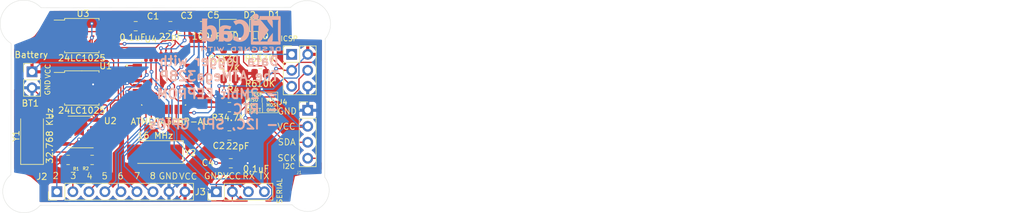
<source format=kicad_pcb>
(kicad_pcb (version 20221018) (generator pcbnew)
  (layers (0 "F.Cu" signal) (31 "B.Cu" signal) (34 "B.Paste" user) (35 "F.Paste" user) (36 "B.SilkS" user "B.Silkscreen") (37 "F.SilkS" user "F.Silkscreen") (38 "B.Mask" user) (39 "F.Mask" user) (44 "Edge.Cuts" user))
  (property "project_name" "MCU Datalogger with memory and clock")
  (net 0 "")
  (net 1 "GND")
  (net 2 "/VCC")
  (net 3 "Net-(U4-PB6)")
  (net 4 "Net-(U4-PB7)")
  (net 5 "Net-(U4-AREF)")
  (net 6 "Net-(D1-K)")
  (net 7 "/SCK")
  (net 8 "Net-(D2-K)")
  (net 9 "/SDA")
  (net 10 "/RX")
  (net 11 "/TX")
  (net 12 "/D2")
  (net 13 "/D3")
  (net 14 "/D4")
  (net 15 "/D5")
  (net 16 "/D6")
  (net 17 "/D7")
  (net 18 "/D8")
  (net 19 "/MISO")
  (net 20 "/MOSI")
  (net 21 "/RESET")
  (net 22 "Net-(U2-~{INTA})")
  (net 23 "Net-(U2-SQW{slash}~{INT})")
  (net 24 "Net-(U2-X1)")
  (net 25 "Net-(U2-X2)")
  (footprint "Resistor_SMD:R_0805_2012Metric" (layer "F.Cu") (at 111.29 55.725 180)
    (fp_text reference "R4")
    (fp_text value "4.7K")
  )
  (footprint "Package_SO:SOIC-8_5.23x5.23mm_P1.27mm" (layer "F.Cu") (at 87.905 57.18)
    (fp_text reference "U1")
    (fp_text value "24LC1025")
  )
  (footprint "Resistor_SMD:R_0805_2012Metric" (layer "F.Cu") (at 89.535 68.61 180)
    (fp_text reference "R2")
    (fp_text value "10K")
  )
  (footprint "Connector_PinHeader_2.54mm:PinHeader_1x04_P2.54mm_Vertical" (layer "F.Cu") (at 123.705 60.725)
    (fp_text reference "J1")
    (fp_text value "Conn_01x04_Pin" hide)
  )
  (footprint "Capacitor_SMD:C_0805_2012Metric" (layer "F.Cu") (at 96.44 47.36)
    (fp_text reference "C1")
    (fp_text value "0.1uF")
  )
  (footprint "Capacitor_SMD:C_0805_2012Metric" (layer "F.Cu") (at 111.515 69.135 180)
    (fp_text reference "C4")
    (fp_text value "0.1uF")
  )
  (footprint "MountingHole:MountingHole_2.1mm" (layer "F.Cu") (at 123.705 73.425)
    (fp_text reference "H4" hide)
    (fp_text value "MountingHole" hide)
  )
  (footprint "LED_SMD:LED_0805_2012Metric" (layer "F.Cu") (at 116.19 47.24)
    (fp_text reference "D1")
    (fp_text value "LED")
  )
  (footprint "MountingHole:MountingHole_2.1mm" (layer "F.Cu") (at 123.59 47.01)
    (fp_text reference "H3" hide)
    (fp_text value "MountingHole" hide)
  )
  (footprint "Crystal:Crystal_SMD_5032-2Pin_5.0x3.2mm_HandSoldering" (layer "F.Cu") (at 99.44 67.36 180)
    (fp_text reference "Y2")
    (fp_text value "16 MHz")
  )
  (footprint "Resistor_SMD:R_0805_2012Metric" (layer "F.Cu") (at 116.19 54.86)
    (fp_text reference "R6")
    (fp_text value "10K")
  )
  (footprint "Resistor_SMD:R_0805_2012Metric" (layer "F.Cu") (at 111.29 60.225)
    (fp_text reference "R3")
    (fp_text value "4.7K")
  )
  (footprint "Connector_PinHeader_2.54mm:PinHeader_1x02_P2.54mm_Vertical" (layer "F.Cu") (at 80.01 54.61)
    (fp_text reference "BT1")
    (fp_text value "Battery")
  )
  (footprint "MountingHole:MountingHole_2.1mm" (layer "F.Cu") (at 78.69 46.99)
    (fp_text reference "H1" hide)
    (fp_text value "MountingHole" hide)
  )
  (footprint "Footprints:QFP80P900X900X120-32N" (layer "F.Cu") (at 100.87 56.41)
    (fp_text reference "U4")
    (fp_text value "ATMEGA328P-AU")
  )
  (footprint "Connector_PinHeader_2.54mm:PinHeader_1x04_P2.54mm_Vertical" (layer "F.Cu") (at 109.22 73.66 90)
    (fp_text reference "J3")
    (fp_text value "Conn_01x04_Pin" hide)
  )
  (footprint "Footprints:SOIC127P600X175-8N" (layer "F.Cu") (at 87.715 64.165)
    (fp_text reference "U2")
    (fp_text value "DS1337S+" hide)
  )
  (footprint "Package_SO:SOIC-8_5.23x5.23mm_P1.27mm" (layer "F.Cu") (at 87.905 48.86)
    (fp_text reference "U3")
    (fp_text value "24LC1025")
  )
  (footprint "Crystal:Crystal_SMD_5032-2Pin_5.0x3.2mm_HandSoldering" (layer "F.Cu") (at 80.01 64.77 90)
    (fp_text reference "Y1")
    (fp_text value "32.768 KHz")
  )
  (footprint "Capacitor_SMD:C_0805_2012Metric" (layer "F.Cu") (at 106.94 47.36)
    (fp_text reference "C5")
    (fp_text value "100nF")
  )
  (footprint "Resistor_SMD:R_0805_2012Metric" (layer "F.Cu") (at 116.19 50.86 180)
    (fp_text reference "R5")
    (fp_text value "330")
  )
  (footprint "Capacitor_SMD:C_0805_2012Metric" (layer "F.Cu") (at 101.94 47.36)
    (fp_text reference "C3")
    (fp_text value "22pF")
  )
  (footprint "Resistor_SMD:R_0805_2012Metric" (layer "F.Cu") (at 85.725 68.61)
    (fp_text reference "R1")
    (fp_text value "10K")
  )
  (footprint "Connector_PinHeader_2.54mm:PinHeader_2x03_P2.54mm_Vertical" (layer "F.Cu") (at 121.165 51.835)
    (fp_text reference "J4")
    (fp_text value "Conn_02x03_Odd_Even" hide)
  )
  (footprint "Capacitor_SMD:C_0805_2012Metric" (layer "F.Cu") (at 111.29 64.725 180)
    (fp_text reference "C2")
    (fp_text value "22pF")
  )
  (footprint "MountingHole:MountingHole_2.1mm" (layer "F.Cu") (at 78.74 73.66)
    (fp_text reference "H2" hide)
    (fp_text value "MountingHole" hide)
  )
  (footprint "LED_SMD:LED_0805_2012Metric" (layer "F.Cu") (at 111.4125 47.24)
    (fp_text reference "D2")
    (fp_text value "LED")
  )
  (footprint "Connector_PinHeader_2.54mm:PinHeader_1x09_P2.54mm_Vertical" (layer "F.Cu") (at 83.94 73.66 90)
    (fp_text reference "J2")
    (fp_text value "Conn_01x09_Pin" hide)
  )
  (footprint "Resistor_SMD:R_0805_2012Metric" (layer "F.Cu") (at 111.29 50.975)
    (fp_text reference "R7")
    (fp_text value "330")
  )
  (footprint "Symbol:KiCad-Logo2_5mm_SilkScreen" (layer "B.Cu") (at 113.14 48.36 180)
    (fp_text reference "REF" hide)
    (fp_text value "KiCad-Logo2_5mm_SilkScreen" hide)
  )
  (gr_rect (start 113.9275 57.835) (end 118.9525 61.11) (stroke (width 0.1)) (fill none) (layer "F.SilkS"))
  (gr_arc (start 126.414999 71.360001) (mid 125.903962 75.998616) (end 121.24491 75.731885) (stroke (width 0.05)) (layer "Edge.Cuts"))
  (gr_line (start 81.44 44.435) (end 120.99 44.385) (stroke (width 0.05)) (layer "Edge.Cuts"))
  (gr_line (start 126.465 49.385) (end 126.415 71.36) (stroke (width 0.05)) (layer "Edge.Cuts"))
  (gr_line (start 121.24491 75.731885) (end 81.315 75.81) (stroke (width 0.05)) (layer "Edge.Cuts"))
  (gr_arc (start 120.993564 44.388564) (mid 126.113802 44.271416) (end 126.465 49.380939) (stroke (width 0.05)) (layer "Edge.Cuts"))
  (gr_arc (start 76.688878 50.111766) (mid 75.827026 44.563858) (end 81.439999 44.435001) (stroke (width 0.05)) (layer "Edge.Cuts"))
  (gr_arc (start 81.315 75.81) (mid 76.312811 75.973804) (end 76.661969 70.981129) (stroke (width 0.05)) (layer "Edge.Cuts"))
  (gr_line (start 76.665 70.985) (end 76.688878 50.111766) (stroke (width 0.05)) (layer "Edge.Cuts"))
  (gr_text "- 2Mbit EEPROM\n- RTC\n- I2C, SPI, GPIOs" (at 119.215 63.835) (layer "B.SilkS") (effects (font (size 1.5 1.5) (thickness 0.3) bold) (justify left bottom mirror)))
  (gr_text "Data logger with\nThe ATMega328P." (at 119.29 56.185) (layer "B.SilkS") (effects (font (size 1.5 1.5) (thickness 0.3) bold) (justify left bottom mirror)))
  (gr_text "I2C" (at 119.64 70.085) (layer "F.SilkS") (effects (font (size 0.8 0.8) (thickness 0.125)) (justify left bottom)))
  (gr_text "VCC" (at 118.815 63.885) (layer "F.SilkS") (effects (font (size 1 1) (thickness 0.125)) (justify left bottom)))
  (gr_text "SERIAL" (at 119.715 75.635 90) (layer "F.SilkS") (effects (font (size 0.8 0.8) (thickness 0.125)) (justify left bottom)))
  (gr_text "VCC\n" (at 82.99 55.735 90) (layer "F.SilkS") (effects (font (size 0.8 0.8) (thickness 0.125)) (justify left bottom)))
  (gr_text "GND\n" (at 100.015 71.76) (layer "F.SilkS") (effects (font (size 1 1) (thickness 0.125)) (justify left bottom)))
  (gr_text "  ICSP\nMISO | VCC\nSCK  | MOSI\nRESET| GND" (at 113.9775 60.985) (layer "F.SilkS") (effects (font (size 0.5 0.5) (thickness 0.1)) (justify left bottom)))
  (gr_text "4" (at 88.565 71.76) (layer "F.SilkS") (effects (font (size 1 1) (thickness 0.125)) (justify left bottom)))
  (gr_text "GND\n" (at 107.19 71.735) (layer "F.SilkS") (effects (font (size 1 1) (thickness 0.125)) (justify left bottom)))
  (gr_text "2" (at 83.215 71.71) (layer "F.SilkS") (effects (font (size 1 1) (thickness 0.125)) (justify left bottom)))
  (gr_text "6" (at 93.49 71.76) (layer "F.SilkS") (effects (font (size 1 1) (thickness 0.125)) (justify left bottom)))
  (gr_text "5" (at 90.965 71.76) (layer "F.SilkS") (effects (font (size 1 1) (thickness 0.125)) (justify left bottom)))
  (gr_text "SDA\n" (at 118.89 66.36) (layer "F.SilkS") (effects (font (size 1 1) (thickness 0.125)) (justify left bottom)))
  (gr_text "8\n" (at 98.59 71.735) (layer "F.SilkS") (effects (font (size 1 1) (thickness 0.125)) (justify left bottom)))
  (gr_text "VCC\n" (at 110.215 71.76) (layer "F.SilkS") (effects (font (size 1 1) (thickness 0.125)) (justify left bottom)))
  (gr_text "GND" (at 118.84 61.46) (layer "F.SilkS") (effects (font (size 1 1) (thickness 0.125)) (justify left bottom)))
  (gr_text "SCK" (at 118.84 68.885) (layer "F.SilkS") (effects (font (size 1 1) (thickness 0.125)) (justify left bottom)))
  (gr_text "TX\n" (at 115.84 71.76) (layer "F.SilkS") (effects (font (size 1 1) (thickness 0.125)) (justify left bottom)))
  (gr_text "RX" (at 113.29 71.76) (layer "F.SilkS") (effects (font (size 1 1) (thickness 0.125)) (justify left bottom)))
  (gr_text "VCC\n" (at 103.24 71.81) (layer "F.SilkS") (effects (font (size 1 1) (thickness 0.125)) (justify left bottom)))
  (gr_text "ICSP" (at 119.315 49.81) (layer "F.SilkS") (effects (font (size 0.8 0.8) (thickness 0.125)) (justify left bottom)))
  (gr_text "7\n" (at 96.115 71.735) (layer "F.SilkS") (effects (font (size 1 1) (thickness 0.125)) (justify left bottom)))
  (gr_text "3\n" (at 85.99 71.71) (layer "F.SilkS") (effects (font (size 1 1) (thickness 0.125)) (justify left bottom)))
  (gr_text "GND" (at 82.94 58.41 90) (layer "F.SilkS") (effects (font (size 0.8 0.8) (thickness 0.125)) (justify left bottom)))
  (segment (start 96.7 56.81) (end 95.99 56.81) (width 0.2) (layer "F.Cu") (net 1))
  (segment (start 87.035 50.765) (end 88.69 49.11) (width 0.2) (layer "F.Cu") (net 1))
  (segment (start 109.22 72.28) (end 112.39 69.11) (width 0.2) (layer "F.Cu") (net 1))
  (segment (start 112.24 68.96) (end 112.39 69.11) (width 0.2) (layer "F.Cu") (net 1))
  (segment (start 95.99 56.81) (end 95.949259 56.869259) (width 0.2) (layer "F.Cu") (net 1))
  (segment (start 107.94 49.11) (end 107.89 49.06) (width 0.2) (layer "F.Cu") (net 1))
  (segment (start 77.94 57.11) (end 77.94 52.61) (width 0.2) (layer "F.Cu") (net 1))
  (segment (start 112.24 64.725) (end 112.24 68.96) (width 0.2) (layer "F.Cu") (net 1))
  (segment (start 95.09 56.41) (end 95.49 56.41) (width 0.2) (layer "F.Cu") (net 1))
  (segment (start 100.94 49.11) (end 100.99 47.36) (width 0.2) (layer "F.Cu") (net 1))
  (segment (start 96.7 55.21) (end 95.965 55.21) (width 0.2) (layer "F.Cu") (net 1))
  (segment (start 84.305 59.085) (end 81.945 59.085) (width 0.2) (layer "F.Cu") (net 1))
  (segment (start 93.805 48.225) (end 94.44 48.86) (width 0.2) (layer "F.Cu") (net 1))
  (segment (start 95.665 55.51) (end 95.665 56.585) (width 0.2) (layer "F.Cu") (net 1))
  (segment (start 88.69 49.11) (end 88.69 48.225) (width 0.2) (layer "F.Cu") (net 1))
  (segment (start 95.965 55.21) (end 95.665 55.51) (width 0.2) (layer "F.Cu") (net 1))
  (segment (start 108.84 58.51) (end 109.09 58.51) (width 0.2) (layer "F.Cu") (net 1))
  (segment (start 77.94 52.61) (end 79.785 50.765) (width 0.2) (layer "F.Cu") (net 1))
  (segment (start 97.44 48.86) (end 97.39 48.81) (width 0.2) (layer "F.Cu") (net 1))
  (segment (start 88.69 48.225) (end 91.505 48.225) (width 0.2) (layer "F.Cu") (net 1))
  (segment (start 97.39 47.36) (end 100.99 47.36) (width 0.2) (layer "F.Cu") (net 1))
  (segment (start 112.94 49.36) (end 112.94 50.2375) (width 0.2) (layer "F.Cu") (net 1))
  (segment (start 95.49 56.41) (end 95.665 56.585) (width 0.2) (layer "F.Cu") (net 1))
  (segment (start 112.94 50.2375) (end 112.2025 50.975) (width 0.2) (layer "F.Cu") (net 1))
  (segment (start 95.949259 56.869259) (end 95.09 57.728518) (width 0.2) (layer "F.Cu") (net 1))
  (segment (start 79.785 50.765) (end 84.305 50.765) (width 0.2) (layer "F.Cu") (net 1))
  (segment (start 97.39 48.81) (end 97.39 47.36) (width 0.2) (layer "F.Cu") (net 1))
  (segment (start 95.665 56.585) (end 95.949259 56.869259) (width 0.2) (layer "F.Cu") (net 1))
  (segment (start 94.44 48.86) (end 97.44 48.86) (width 0.2) (layer "F.Cu") (net 1))
  (segment (start 87.44 65.36) (end 87.472287 65.36) (width 0.2) (layer "F.Cu") (net 1))
  (segment (start 109.22 73.66) (end 109.22 72.28) (width 0.2) (layer "F.Cu") (net 1))
  (segment (start 107.840735 54.709265) (end 106.44 56.11) (width 0.2) (layer "F.Cu") (net 1))
  (segment (start 87.485468 65.373181) (end 87.472287 65.36) (width 0.2) (layer "F.Cu") (net 1))
  (segment (start 86.73 66.07) (end 87.44 65.36) (width 0.2) (layer "F.Cu") (net 1))
  (segment (start 107.89 47.36) (end 107.94 49.11) (width 0.2) (layer "F.Cu") (net 1))
  (segment (start 95.09 57.728518) (end 95.09 57.81) (width 0.2) (layer "F.Cu") (net 1))
  (segment (start 107.840735 51.81) (end 107.840735 54.709265) (width 0.2) (layer "F.Cu") (net 1))
  (segment (start 80.01 57.15) (end 77.98 57.15) (width 0.2) (layer "F.Cu") (net 1))
  (segment (start 91.505 56.545) (end 89.755 56.545) (width 0.2) (layer "F.Cu") (net 1))
  (segment (start 100.99 49.06) (end 100.94 49.11) (width 0.2) (layer "F.Cu") (net 1))
  (segment (start 106.34 56.01) (end 106.44 56.11) (width 0.2) (layer "F.Cu") (net 1))
  (segment (start 112.39 69.11) (end 114.19 69.11) (width 0.2) (layer "F.Cu") (net 1))
  (segment (start 85.24 66.07) (end 86.73 66.07) (width 0.2) (layer "F.Cu") (net 1))
  (segment (start 81.945 59.085) (end 80.01 57.15) (width 0.2) (layer "F.Cu") (net 1))
  (segment (start 77.98 57.15) (end 77.94 57.11) (width 0.2) (layer "F.Cu") (net 1))
  (segment (start 105.04 56.01) (end 106.34 56.01) (width 0.2) (layer "F.Cu") (net 1))
  (segment (start 84.305 48.225) (end 88.69 48.225) (width 0.2) (layer "F.Cu") (net 1))
  (segment (start 106.44 56.11) (end 108.84 58.51) (width 0.2) (layer "F.Cu") (net 1))
  (segment (start 89.755 56.545) (end 89.69 56.61) (width 0.2) (layer "F.Cu") (net 1))
  (segment (start 91.505 48.225) (end 93.805 48.225) (width 0.2) (layer "F.Cu") (net 1))
  (segment (start 84.305 50.765) (end 87.035 50.765) (width 0.2) (layer "F.Cu") (net 1))
  (segment (start 117.1025 50.86) (end 117.1025 49.1975) (width 0.2) (layer "F.Cu") (net 1))
  (segment (start 117.1025 49.1975) (end 117.19 49.11) (width 0.2) (layer "F.Cu") (net 1))
  (via (at 114.19 69.11) (size 0.6) (drill 0.3) (layers "F.Cu" "B.Cu") (net 1))
  (via (at 112.94 49.36) (size 0.6) (drill 0.3) (layers "F.Cu" "B.Cu") (net 1))
  (via (at 112.94 49.36) (size 0.6) (drill 0.3) (layers "F.Cu" "B.Cu") (net 1))
  (via (at 107.94 49.11) (size 0.6) (drill 0.3) (layers "F.Cu" "B.Cu") (net 1))
  (via (at 95.09 56.41) (size 0.6) (drill 0.3) (layers "F.Cu" "B.Cu") (net 1))
  (via (at 95.09 57.81) (size 0.6) (drill 0.3) (layers "F.Cu" "B.Cu") (net 1))
  (via (at 107.840735 51.81) (size 0.6) (drill 0.3) (layers "F.Cu" "B.Cu") (net 1))
  (via (at 100.94 49.11) (size 0.6) (drill 0.3) (layers "F.Cu" "B.Cu") (net 1))
  (via (at 117.19 49.11) (size 0.6) (drill 0.3) (layers "F.Cu" "B.Cu") (net 1))
  (via (at 87.472287 65.36) (size 0.6) (drill 0.3) (layers "F.Cu" "B.Cu") (net 1))
  (via (at 106.44 56.11) (size 0.6) (drill 0.3) (layers "F.Cu" "B.Cu") (net 1))
  (via (at 89.69 56.61) (size 0.6) (drill 0.3) (layers "F.Cu" "B.Cu") (net 1))
  (via (at 109.09 58.51) (size 0.6) (drill 0.3) (layers "F.Cu" "B.Cu") (net 1))
  (segment (start 103.79 71.61) (end 106.49 71.61) (width 0.2) (layer "B.Cu") (net 1))
  (segment (start 107.840735 49.209265) (end 107.94 49.11) (width 0.2) (layer "B.Cu") (net 1))
  (segment (start 109.09 58.51) (end 112.19 61.61) (width 0.2) (layer "B.Cu") (net 1))
  (segment (start 103.79 71.61) (end 103.94 71.61) (width 0.2) (layer "B.Cu") (net 1))
  (segment (start 89.69 56.61) (end 94.89 56.61) (width 0.2) (layer "B.Cu") (net 1))
  (segment (start 108.54 73.66) (end 109.22 73.66) (width 0.2) (layer "B.Cu") (net 1))
  (segment (start 112.19 67.11) (end 114.19 69.11) (width 0.2) (layer "B.Cu") (net 1))
  (segment (start 107.840735 51.81) (end 107.840735 49.209265) (width 0.2) (layer "B.Cu") (net 1))
  (segment (start 112.19 61.61) (end 112.19 67.11) (width 0.2) (layer "B.Cu") (net 1))
  (segment (start 94.89 56.61) (end 95.09 56.41) (width 0.2) (layer "B.Cu") (net 1))
  (segment (start 101.72 73.66) (end 103.78 71.6) (width 0.2) (layer "B.Cu") (net 1))
  (segment (start 103.78 71.6) (end 103.79 71.61) (width 0.2) (layer "B.Cu") (net 1))
  (segment (start 106.49 71.61) (end 108.54 73.66) (width 0.2) (layer "B.Cu") (net 1))
  (segment (start 112.09 46.11) (end 112.35 46.37) (width 0.2) (layer "F.Cu") (net 2))
  (segment (start 91.505 46.955) (end 95.085 46.955) (width 0.2) (layer "F.Cu") (net 2))
  (segment (start 85.745 57.815) (end 84.305 57.815) (width 0.2) (layer "F.Cu") (net 2))
  (segment (start 84.305 57.815) (end 85.985 57.815) (width 0.2) (layer "F.Cu") (net 2))
  (segment (start 105.99 47.36) (end 105.99 46.56) (width 0.2) (layer "F.Cu") (net 2))
  (segment (start 84.305 46.955) (end 83.845 46.955) (width 0.2) (layer "F.Cu") (net 2))
  (segment (start 115.94 57.86) (end 116.44 57.36) (width 0.2) (layer "F.Cu") (net 2))
  (segment (start 105.99 46.56) (end 106.44 46.11) (width 0.2) (layer "F.Cu") (net 2))
  (segment (start 89.54 53.31) (end 89.54 49.26) (width 0.2) (layer "F.Cu") (net 2))
  (segment (start 111.69 75.109999) (end 103.29 75.109999) (width 0.2) (layer "F.Cu") (net 2))
  (segment (start 99.874314 58.36) (end 100.44 57.794314) (width 0.2) (layer "F.Cu") (net 2))
  (segment (start 85.19 69.86) (end 89.1975 69.86) (width 0.2) (layer "F.Cu") (net 2))
  (segment (start 95.085 46.955) (end 95.49 47.36) (width 0.2) (layer "F.Cu") (net 2))
  (segment (start 107.19 58.11) (end 106.69 58.61) (width 0.2) (layer "F.Cu") (net 2))
  (segment (start 112.35 46.37) (end 112.35 47.24) (width 0.2) (layer "F.Cu") (net 2))
  (segment (start 99.785 58.36) (end 99.874314 58.36) (width 0.2) (layer "F.Cu") (net 2))
  (segment (start 96.7 56.01) (end 97.435 56.01) (width 0.2) (layer "F.Cu") (net 2))
  (segment (start 89.49 46.955) (end 84.305 46.955) (width 0.2) (layer "F.Cu") (net 2))
  (segment (start 89.54 49.26) (end 89.49 49.21) (width 0.2) (layer "F.Cu") (net 2))
  (segment (start 103.29 75.109999) (end 103.29 74.63) (width 0.2) (layer "F.Cu") (net 2))
  (segment (start 105.99 48.41) (end 106.69 49.11) (width 0.2) (layer "F.Cu") (net 2))
  (segment (start 84.305 55.275) (end 84.305 56.545) (width 0.2) (layer "F.Cu") (net 2))
  (segment (start 104.26 75.109999) (end 81.44 75.11) (width 0.2) (layer "F.Cu") (net 2))
  (segment (start 104.26 73.66) (end 104.26 75.109999) (width 0.2) (layer "F.Cu") (net 2))
  (segment (start 82.69 48.11) (end 84.075 49.495) (width 0.2) (layer "F.Cu") (net 2))
  (segment (start 84.305 57.815) (end 84.305 56.545) (width 0.2) (layer "F.Cu") (net 2))
  (segment (start 114.4125 55.725) (end 115.2775 54.86) (width 0.2) (layer "F.Cu") (net 2))
  (segment (start 106.69 58.61) (end 105.04 58.61) (width 0.2) (layer "F.Cu") (net 2))
  (segment (start 112.2025 57.86) (end 115.94 57.86) (width 0.2) (layer "F.Cu") (net 2))
  (segment (start 100.44 57.794314) (end 100.44 54.36) (width 0.2) (layer "F.Cu") (net 2))
  (segment (start 91.505 55.275) (end 89.54 53.31) (width 0.2) (layer "F.Cu") (net 2))
  (segment (start 83.64 54.61) (end 84.305 55.275) (width 0.2) (layer "F.Cu") (net 2))
  (segment (start 81.44 75.11) (end 81.44 71.9825) (width 0.2) (layer "F.Cu") (net 2))
  (segment (start 105.99 47.36) (end 105.99 48.41) (width 0.2) (layer "F.Cu") (net 2))
  (segment (start 91.505 46.955) (end 89.49 46.955) (width 0.2) (layer "F.Cu") (net 2))
  (segment (start 80.01 54.61) (end 83.64 54.61) (width 0.2) (layer "F.Cu") (net 2))
  (segment (start 85.985 57.815) (end 88.525 55.275) (width 0.2) (layer "F.Cu") (net 2))
  (segment (start 89.1975 69.86) (end 90.4475 68.61) (width 0.2) (layer "F.Cu") (net 2))
  (segment (start 84.075 49.495) (end 84.305 49.495) (width 0.2) (layer "F.Cu") (net 2))
  (segment (start 106.44 46.11) (end 112.09 46.11) (width 0.2) (layer "F.Cu") (net 2))
  (segment (start 84.8125 68.61) (end 84.8125 68.2375) (width 0.2) (layer "F.Cu") (net 2))
  (segment (start 90.19 62.26) (end 85.745 57.815) (width 0.2) (layer "F.Cu") (net 2))
  (segment (start 112.2025 55.725) (end 112.2025 57.86) (width 0.2) (layer "F.Cu") (net 2))
  (segment (start 112.2025 55.725) (end 114.4125 55.725) (width 0.2) (layer "F.Cu") (net 2))
  (segment (start 89.205 62.26) (end 90.19 62.26) (width 0.2) (layer "F.Cu") (net 2))
  (segment (start 97.435 56.01) (end 99.785 58.36) (width 0.2) (layer "F.Cu") (net 2))
  (segment (start 84.8125 68.61) (end 84.8125 69.4825) (width 0.2) (layer "F.Cu") (net 2))
  (segment (start 111.76 75.039999) (end 111.69 75.109999) (width 0.2) (layer "F.Cu") (net 2))
  (segment (start 88.525 55.275) (end 91.505 55.275) (width 0.2) (layer "F.Cu") (net 2))
  (segment (start 83.845 46.955) (end 82.69 48.11) (width 0.2) (layer "F.Cu") (net 2))
  (segment (start 111.76 73.66) (end 111.76 75.039999) (width 0.2) (layer "F.Cu") (net 2))
  (segment (start 112.2025 57.86) (end 112.2025 60.225) (width 0.2) (layer "F.Cu") (net 2))
  (segment (start 81.44 71.9825) (end 84.8125 68.61) (width 0.2) (layer "F.Cu") (net 2))
  (segment (start 103.29 74.63) (end 104.26 73.66) (width 0.2) (layer "F.Cu") (net 2))
  (segment (start 84.8125 69.4825) (end 85.19 69.86) (width 0.2) (layer "F.Cu") (net 2))
  (via (at 106.69 49.11) (size 0.6) (drill 0.3) (layers "F.Cu" "B.Cu") (net 2))
  (via (at 100.44 54.36) (size 0.6) (drill 0.3) (layers "F.Cu" "B.Cu") (net 2))
  (via (at 116.44 57.36) (size 0.6) (drill 0.3) (layers "F.Cu" "B.Cu") (net 2))
  (via (at 107.19 58.11) (size 0.6) (drill 0.3) (layers "F.Cu" "B.Cu") (net 2))
  (via (at 89.49 46.955) (size 0.6) (drill 0.3) (layers "F.Cu" "B.Cu") (net 2))
  (via (at 116.44 57.36) (size 0.6) (drill 0.3) (layers "F.Cu" "B.Cu") (net 2))
  (via (at 89.49 49.21) (size 0.6) (drill 0.3) (layers "F.Cu" "B.Cu") (net 2))
  (segment (start 101.94 53.61) (end 106.44 58.11) (width 0.2) (layer "B.Cu") (net 2))
  (segment (start 81.46 53.16) (end 99.99 53.16) (width 0.2) (layer "B.Cu") (net 2))
  (segment (start 122.315 55.235) (end 122.315 53.225) (width 0.2) (layer "B.Cu") (net 2))
  (segment (start 100.44 54.36) (end 100.44 53.61) (width 0.2) (layer "B.Cu") (net 2))
  (segment (start 121.94 55.61) (end 122.315 55.235) (width 0.2) (layer "B.Cu") (net 2))
  (segment (start 117.316346 66.083654) (end 120.135 63.265) (width 0.2) (layer "B.Cu") (net 2))
  (segment (start 107.19 49.61) (end 107.19 58.11) (width 0.2) (layer "B.Cu") (net 2))
  (segment (start 122.315 53.225) (end 123.705 51.835) (width 0.2) (layer "B.Cu") (net 2))
  (segment (start 117.99 73.183654) (end 117.316346 72.51) (width 0.2) (layer "B.Cu") (net 2))
  (segment (start 117.99 74.136346) (end 117.99 73.183654) (width 0.2) (layer "B.Cu") (net 2))
  (segment (start 116.44 57.36) (end 118.19 57.36) (width 0.2) (layer "B.Cu") (net 2))
  (segment (start 122.155 63.265) (end 123.705 63.265) (width 0.2) (layer "B.Cu") (net 2))
  (segment (start 118.19 57.36) (end 119.94 55.61) (width 0.2) (layer "B.Cu") (net 2))
  (segment (start 117.316346 72.51) (end 117.316346 66.083654) (width 0.2) (layer "B.Cu") (net 2))
  (segment (start 117.316346 74.81) (end 117.99 74.136346) (width 0.2) (layer "B.Cu") (net 2))
  (segment (start 106.44 58.11) (end 107.19 58.11) (width 0.2) (layer "B.Cu") (net 2))
  (segment (start 100.44 53.61) (end 101.94 53.61) (width 0.2) (layer "B.Cu") (net 2))
  (segment (start 99.99 53.16) (end 100.44 53.61) (width 0.2) (layer "B.Cu") (net 2))
  (segment (start 122.345 63.265) (end 116.44 57.36) (width 0.2) (layer "B.Cu") (net 2))
  (segment (start 120.135 63.265) (end 123.705 63.265) (width 0.2) (layer "B.Cu") (net 2))
  (segment (start 119.94 55.61) (end 121.94 55.61) (width 0.2) (layer "B.Cu") (net 2))
  (segment (start 112.91 74.81) (end 117.316346 74.81) (width 0.2) (layer "B.Cu") (net 2))
  (segment (start 123.705 63.265) (end 122.345 63.265) (width 0.2) (layer "B.Cu") (net 2))
  (segment (start 89.49 49.21) (end 89.49 46.955) (width 0.2) (layer "B.Cu") (net 2))
  (segment (start 80.01 54.61) (end 81.46 53.16) (width 0.2) (layer "B.Cu") (net 2))
  (segment (start 106.69 49.11) (end 107.19 49.61) (width 0.2) (layer "B.Cu") (net 2))
  (segment (start 111.76 73.66) (end 112.91 74.81) (width 0.2) (layer "B.Cu") (net 2))
  (segment (start 95.904104 58.61) (end 95.19 59.324104) (width 0.2) (layer "F.Cu") (net 3))
  (segment (start 97.24 69.36) (end 103.44 69.36) (width 0.2) (layer "F.Cu") (net 3))
  (segment (start 103.44 69.36) (end 108.075 64.725) (width 0.2) (layer "F.Cu") (net 3))
  (segment (start 96.7 58.61) (end 95.904104 58.61) (width 0.2) (layer "F.Cu") (net 3))
  (segment (start 108.075 64.725) (end 110.34 64.725) (width 0.2) (layer "F.Cu") (net 3))
  (segment (start 95.19 59.324104) (end 95.19 67.31) (width 0.2) (layer "F.Cu") (net 3))
  (segment (start 95.19 67.31) (end 97.24 69.36) (width 0.2) (layer "F.Cu") (net 3))
  (segment (start 96.7 59.21) (end 99.59 59.21) (width 0.2) (layer "F.Cu") (net 4))
  (segment (start 102.989265 54.560735) (end 103.69 53.86) (width 0.2) (layer "F.Cu") (net 4))
  (segment (start 100.39 67.31) (end 98.94 65.86) (width 0.2) (layer "F.Cu") (net 4))
  (segment (start 100.39 67.31) (end 100.39 67.66) (width 0.2) (layer "F.Cu") (net 4))
  (segment (start 102.989265 55.560735) (end 102.989265 54.560735) (width 0.2) (layer "F.Cu") (net 4))
  (segment (start 102.94 47.41) (end 102.89 47.36) (width 0.2) (layer "F.Cu") (net 4))
  (segment (start 99.59 59.21) (end 101.69 57.11) (width 0.2) (layer "F.Cu") (net 4))
  (segment (start 98.94 65.86) (end 97.19 65.86) (width 0.2) (layer "F.Cu") (net 4))
  (segment (start 102.94 48.86) (end 102.94 47.41) (width 0.2) (layer "F.Cu") (net 4))
  (segment (start 97.19 65.86) (end 97.19 59.9) (width 0.2) (layer "F.Cu") (net 4))
  (segment (start 97.19 59.9) (end 96.7 59.41) (width 0.2) (layer "F.Cu") (net 4))
  (via (at 103.69 53.86) (size 0.6) (drill 0.3) (layers "F.Cu" "B.Cu") (net 4))
  (via (at 102.94 48.86) (size 0.6) (drill 0.3) (layers "F.Cu" "B.Cu") (net 4))
  (via (at 102.989265 55.560735) (size 0.6) (drill 0.3) (layers "F.Cu" "B.Cu") (net 4))
  (via (at 101.69 57.11) (size 0.6) (drill 0.3) (layers "F.Cu" "B.Cu") (net 4))
  (segment (start 101.69 56.86) (end 102.989265 55.560735) (width 0.2) (layer "B.Cu") (net 4))
  (segment (start 105.69 51.86) (end 105.69 48.86) (width 0.2) (layer "B.Cu") (net 4))
  (segment (start 101.69 57.11) (end 101.69 56.86) (width 0.2) (layer "B.Cu") (net 4))
  (segment (start 103.69 53.86) (end 105.69 51.86) (width 0.2) (layer "B.Cu") (net 4))
  (segment (start 105.69 48.86) (end 102.94 48.86) (width 0.2) (layer "B.Cu") (net 4))
  (segment (start 110.49 69.11) (end 109.19 69.11) (width 0.2) (layer "F.Cu") (net 5))
  (segment (start 109.19 69.11) (end 109.44 69.11) (width 0.2) (layer "F.Cu") (net 5))
  (segment (start 105.04 56.81) (end 103.49 56.81) (width 0.2) (layer "F.Cu") (net 5))
  (segment (start 103.49 56.81) (end 103.19 57.11) (width 0.2) (layer "F.Cu") (net 5))
  (via (at 109.19 69.11) (size 0.6) (drill 0.3) (layers "F.Cu" "B.Cu") (net 5))
  (via (at 103.19 57.11) (size 0.6) (drill 0.3) (layers "F.Cu" "B.Cu") (net 5))
  (segment (start 109.19 69.11) (end 103.19 63.11) (width 0.2) (layer "B.Cu") (net 5))
  (segment (start 103.19 63.11) (end 103.19 57.11) (width 0.2) (layer "B.Cu") (net 5))
  (segment (start 115.2525 50.835) (end 115.2775 50.86) (width 0.2) (layer "F.Cu") (net 6))
  (segment (start 115.2525 47.24) (end 115.2525 50.835) (width 0.2) (layer "F.Cu") (net 6))
  (segment (start 90.19 59.210552) (end 90.19 58.330001) (width 0.2) (layer "F.Cu") (net 7))
  (segment (start 91.409448 52.11) (end 89.94 50.640552) (width 0.2) (layer "F.Cu") (net 7))
  (segment (start 89.94 50.640552) (end 89.94 49.81) (width 0.2) (layer "F.Cu") (net 7))
  (segment (start 101.27 50.749187) (end 101.27 51.255686) (width 0.2) (layer "F.Cu") (net 7))
  (segment (start 103.09 59.21) (end 102.59 58.71) (width 0.2) (layer "F.Cu") (net 7))
  (segment (start 91.505 57.815) (end 92.735 57.815) (width 0.2) (layer "F.Cu") (net 7))
  (segment (start 91.94 64.36) (end 91.94 60.11) (width 0.2) (layer "F.Cu") (net 7))
  (segment (start 125.29 53.21) (end 125.19 53.11) (width 0.2) (layer "F.Cu") (net 7))
  (segment (start 92.94 52.86) (end 92.19 52.11) (width 0.2) (layer "F.Cu") (net 7))
  (segment (start 90.255 49.495) (end 91.505 49.495) (width 0.2) (layer "F.Cu") (net 7))
  (segment (start 119.94 54.36) (end 119.955 54.375) (width 0.2) (layer "F.Cu") (net 7))
  (segment (start 123.705 68.345) (end 125.675 68.345) (width 0.2) (layer "F.Cu") (net 7))
  (segment (start 110.3775 60.225) (end 110.3775 59.7975) (width 0.2) (layer "F.Cu") (net 7))
  (segment (start 102.59 58.71) (end 102.59 56.71) (width 0.2) (layer "F.Cu") (net 7))
  (segment (start 101.19 51.11) (end 101.27 52.44) (width 0.2) (layer "F.Cu") (net 7))
  (segment (start 92.365552 50.185) (end 92.345552 50.165) (width 0.2) (layer "F.Cu") (net 7))
  (segment (start 89.94 49.81) (end 90.255 49.495) (width 0.2) (layer "F.Cu") (net 7))
  (segment (start 125.29 67.96) (end 125.29 53.21) (width 0.2) (layer "F.Cu") (net 7))
  (segment (start 125.19 53.11) (end 122.43 53.11) (width 0.2) (layer "F.Cu") (net 7))
  (segment (start 117.1275 47.24) (end 118.19 48.3025) (width 0.2) (layer "F.Cu") (net 7))
  (segment (start 90.839448 59.86) (end 90.19 59.210552) (width 0.2) (layer "F.Cu") (net 7))
  (segment (start 94.645 50.185) (end 92.365552 50.185) (width 0.2) (layer "F.Cu") (net 7))
  (segment (start 91.5 64.8) (end 91.94 64.36) (width 0.2) (layer "F.Cu") (net 7))
  (segment (start 122.43 53.11) (end 121.165 54.375) (width 0.2) (layer "F.Cu") (net 7))
  (segment (start 118.69 54.11) (end 119.69 54.11) (width 0.2) (layer "F.Cu") (net 7))
  (segment (start 101.809187 50.21) (end 101.27 50.749187) (width 0.2) (layer "F.Cu") (net 7))
  (segment (start 94.665 50.165) (end 94.645 50.185) (width 0.2) (layer "F.Cu") (net 7))
  (segment (start 90.705001 57.815) (end 91.505 57.815) (width 0.2) (layer "F.Cu") (net 7))
  (segment (start 118.19 52.61) (end 119.94 54.36) (width 0.2) (layer "F.Cu") (net 7))
  (segment (start 92.345552 50.165) (end 92.175 50.165) (width 0.2) (layer "F.Cu") (net 7))
  (segment (start 92.94 57.61) (end 92.94 52.86) (width 0.2) (layer "F.Cu") (net 7))
  (segment (start 101.27 51.255686) (end 101.19 51.11) (width 0.2) (layer "F.Cu") (net 7))
  (segment (start 91.94 60.11) (end 91.69 59.86) (width 0.2) (layer "F.Cu") (net 7))
  (segment (start 105.855 60.225) (end 105.04 59.41) (width 0.2) (layer "F.Cu") (net 7))
  (segment (start 102.59 56.71) (end 101.27 55.39) (width 0.2) (layer "F.Cu") (net 7))
  (segment (start 92.735 57.815) (end 92.94 57.61) (width 0.2) (layer "F.Cu") (net 7))
  (segment (start 90.19 64.8) (end 91.5 64.8) (width 0.2) (layer "F.Cu") (net 7))
  (segment (start 118.19 48.3025) (end 118.19 52.61) (width 0.2) (layer "F.Cu") (net 7))
  (segment (start 105.04 59.21) (end 103.09 59.21) (width 0.2) (layer "F.Cu") (net 7))
  (segment (start 119.955 54.375) (end 121.165 54.375) (width 0.2) (layer "F.Cu") (net 7))
  (segment (start 91.69 59.86) (end 90.839448 59.86) (width 0.2) (layer "F.Cu") (net 7))
  (segment (start 125.675 68.345) (end 125.29 67.96) (width 0.2) (layer "F.Cu") (net 7))
  (segment (start 110.3775 60.225) (end 109.69 59.5375) (width 0.2) (layer "F.Cu") (net 7))
  (segment (start 92.19 52.11) (end 91.409448 52.11) (width 0.2) (layer "F.Cu") (net 7))
  (segment (start 119.69 54.11) (end 119.94 54.36) (width 0.2) (layer "F.Cu") (net 7))
  (segment (start 109.69 59.5375) (end 109.69 56.86) (width 0.2) (layer "F.Cu") (net 7))
  (segment (start 90.19 58.330001) (end 90.705001 57.815) (width 0.2) (layer "F.Cu") (net 7))
  (segment (start 92.175 50.165) (end 91.505 49.495) (width 0.2) (layer "F.Cu") (net 7))
  (segment (start 110.3775 60.225) (end 105.855 60.225) (width 0.2) (layer "F.Cu") (net 7))
  (segment (start 101.27 55.39) (end 101.27 52.24) (width 0.2) (layer "F.Cu") (net 7))
  (via (at 109.69 56.86) (size 0.6) (drill 0.3) (layers "F.Cu" "B.Cu") (net 7))
  (via (at 94.665 50.165) (size 0.6) (drill 0.3) (layers "F.Cu" "B.Cu") (net 7))
  (via (at 101.809187 50.21) (size 0.6) (drill 0.3) (layers "F.Cu" "B.Cu") (net 7))
  (via (at 118.69 54.11) (size 0.6) (drill 0.3) (layers "F.Cu" "B.Cu") (net 7))
  (segment (start 109.69 56.86) (end 115.94 56.86) (width 0.2) (layer "B.Cu") (net 7))
  (segment (start 94.665 50.165) (end 94.72 50.11) (width 0.2) (layer "B.Cu") (net 7))
  (segment (start 94.72 50.11) (end 101.709187 50.11) (width 0.2) (layer "B.Cu") (net 7))
  (segment (start 101.709187 50.11) (end 101.809187 50.21) (width 0.2) (layer "B.Cu") (net 7))
  (segment (start 115.94 56.86) (end 118.69 54.11) (width 0.2) (layer "B.Cu") (net 7))
  (segment (start 110.3775 47.3375) (end 110.475 47.24) (width 0.2) (layer "F.Cu") (net 8))
  (segment (start 110.3775 50.975) (end 110.3775 47.3375) (width 0.2) (layer "F.Cu") (net 8))
  (segment (start 102.69 50.177716) (end 102.69 49.61) (width 0.2) (layer "F.Cu") (net 9))
  (segment (start 110.44 55.7875) (end 110.3775 55.725) (width 0.2) (layer "F.Cu") (net 9))
  (segment (start 110.44 57.61) (end 110.44 55.7875) (width 0.2) (layer "F.Cu") (net 9))
  (segment (start 92.329999 59.11) (end 93.19 59.11) (width 0.2) (layer "F.Cu") (net 9))
  (segment (start 101.188529 49.71) (end 100.691471 49.71) (width 0.2) (layer "F.Cu") (net 9))
  (segment (start 99.636471 50.765) (end 91.505 50.765) (width 0.2) (layer "F.Cu") (net 9))
  (segment (start 93.69 59.11) (end 93.69 51.36) (width 0.2) (layer "F.Cu") (net 9))
  (segment (start 103.69 50.61) (end 102.69 49.61) (width 0.2) (layer "F.Cu") (net 9))
  (segment (start 110.3775 55.725) (end 110.3775 53.2975) (width 0.2) (layer "F.Cu") (net 9))
  (segment (start 91.505 59.085) (end 92.304999 59.085) (width 0.2) (layer "F.Cu") (net 9))
  (segment (start 93.095 50.765) (end 91.505 50.765) (width 0.2) (layer "F.Cu") (net 9))
  (segment (start 116.265 61.935) (end 120.135 65.805) (width 0.2) (layer "F.Cu") (net 9))
  (segment (start 107.44 50.61) (end 103.69 50.61) (width 0.2) (layer "F.Cu") (net 9))
  (segment (start 102.07 50.797716) (end 102.69 50.177716) (width 0.2) (layer "F.Cu") (net 9))
  (segment (start 102.69 49.61) (end 101.288529 49.61) (width 0.2) (layer "F.Cu") (net 9))
  (segment (start 90.19 66.07) (end 92.23 66.07) (width 0.2) (layer "F.Cu") (net 9))
  (segment (start 92.304999 59.085) (end 92.329999 59.11) (width 0.2) (layer "F.Cu") (net 9))
  (segment (start 113.84 61.935) (end 116.265 61.935) (width 0.2) (layer "F.Cu") (net 9))
  (segment (start 92.44 59.86) (end 93.19 59.11) (width 0.2) (layer "F.Cu") (net 9))
  (segment (start 108.19 51.11) (end 107.94 51.11) (width 0.2) (layer "F.Cu") (net 9))
  (segment (start 102.07 52.24) (end 102.07 50.797716) (width 0.2) (layer "F.Cu") (net 9))
  (segment (start 107.94 51.11) (end 107.44 50.61) (width 0.2) (layer "F.Cu") (net 9))
  (segment (start 120.135 65.805) (end 123.705 65.805) (width 0.2) (layer "F.Cu") (net 9))
  (segment (start 92.23 66.07) (end 92.44 65.86) (width 0.2) (layer "F.Cu") (net 9))
  (segment (start 100.691471 49.71) (end 99.636471 50.765) (width 0.2) (layer "F.Cu") (net 9))
  (segment (start 101.288529 49.61) (end 101.188529 49.71) (width 0.2) (layer "F.Cu") (net 9))
  (segment (start 92.44 65.86) (end 92.44 59.86) (width 0.2) (layer "F.Cu") (net 9))
  (segment (start 110.3775 53.2975) (end 108.19 51.11) (width 0.2) (layer "F.Cu") (net 9))
  (segment (start 93.69 51.36) (end 93.095 50.765) (width 0.2) (layer "F.Cu") (net 9))
  (segment (start 93.19 59.11) (end 93.69 59.11) (width 0.2) (layer "F.Cu") (net 9))
  (via (at 110.44 57.61) (size 0.6) (drill 0.3) (layers "F.Cu" "B.Cu") (net 9))
  (via (at 113.84 61.935) (size 0.6) (drill 0.3) (layers "F.Cu" "B.Cu") (net 9))
  (via (at 113.84 61.935) (size 0.6) (drill 0.3) (layers "F.Cu" "B.Cu") (net 9))
  (segment (start 113.84 58.71) (end 113.24 58.11) (width 0.2) (layer "B.Cu") (net 9))
  (segment (start 113.84 61.935) (end 113.84 58.71) (width 0.2) (layer "B.Cu") (net 9))
  (segment (start 113.24 58.11) (end 110.94 58.11) (width 0.2) (layer "B.Cu") (net 9))
  (segment (start 110.94 58.11) (end 110.44 57.61) (width 0.2) (layer "B.Cu") (net 9))
  (segment (start 99.69 57.11) (end 99.67 57.09) (width 0.2) (layer "F.Cu") (net 10))
  (segment (start 99.67 57.09) (end 99.67 52.44) (width 0.2) (layer "F.Cu") (net 10))
  (via (at 99.69 57.11) (size 0.6) (drill 0.3) (layers "F.Cu" "B.Cu") (net 10))
  (segment (start 101.69 59.36) (end 99.69 57.36) (width 0.2) (layer "B.Cu") (net 10))
  (segment (start 99.69 57.36) (end 99.69 57.11) (width 0.2) (layer "B.Cu") (net 10))
  (segment (start 102.54 66.71) (end 102.54 64.21) (width 0.2) (layer "B.Cu") (net 10))
  (segment (start 108.34 72.51) (end 102.54 66.71) (width 0.2) (layer "B.Cu") (net 10))
  (segment (start 114.3 73.66) (end 113.15 72.51) (width 0.2) (layer "B.Cu") (net 10))
  (segment (start 113.15 72.51) (end 108.34 72.51) (width 0.2) (layer "B.Cu") (net 10))
  (segment (start 101.69 63.36) (end 101.69 59.36) (width 0.2) (layer "B.Cu") (net 10))
  (segment (start 102.54 64.21) (end 101.69 63.36) (width 0.2) (layer "B.Cu") (net 10))
  (segment (start 98.94 54.61) (end 98.87 54.54) (width 0.2) (layer "F.Cu") (net 11))
  (segment (start 98.87 54.54) (end 98.87 52.44) (width 0.2) (layer "F.Cu") (net 11))
  (via (at 98.94 54.61) (size 0.6) (drill 0.3) (layers "F.Cu" "B.Cu") (net 11))
  (segment (start 98.94 55.511471) (end 98.94 54.61) (width 0.2) (layer "B.Cu") (net 11))
  (segment (start 116.84 73.66) (end 114.79 71.61) (width 0.2) (layer "B.Cu") (net 11))
  (segment (start 114.79 71.61) (end 108.94 71.61) (width 0.2) (layer "B.Cu") (net 11))
  (segment (start 102.19 62.86) (end 102.19 58.761471) (width 0.2) (layer "B.Cu") (net 11))
  (segment (start 102.19 58.761471) (end 98.94 55.511471) (width 0.2) (layer "B.Cu") (net 11))
  (segment (start 102.94 65.61) (end 102.94 63.61) (width 0.2) (layer "B.Cu") (net 11))
  (segment (start 108.94 71.61) (end 102.94 65.61) (width 0.2) (layer "B.Cu") (net 11))
  (segment (start 102.94 63.61) (end 102.19 62.86) (width 0.2) (layer "B.Cu") (net 11))
  (segment (start 98.19 55.11) (end 98.07 54.99) (width 0.2) (layer "F.Cu") (net 12))
  (segment (start 98.07 54.99) (end 98.07 52.24) (width 0.2) (layer "F.Cu") (net 12))
  (via (at 98.19 55.11) (size 0.6) (drill 0.3) (layers "F.Cu" "B.Cu") (net 12))
  (segment (start 83.94 68.043758) (end 94.973758 57.01) (width 0.2) (layer "B.Cu") (net 12))
  (segment (start 83.94 73.66) (end 83.94 68.043758) (width 0.2) (layer "B.Cu") (net 12))
  (segment (start 94.973758 57.01) (end 96.29 57.01) (width 0.2) (layer "B.Cu") (net 12))
  (segment (start 96.29 57.01) (end 98.19 55.11) (width 0.2) (layer "B.Cu") (net 12))
  (segment (start 92.395685 66.47) (end 91.83 66.47) (width 0.2) (layer "F.Cu") (net 13))
  (segment (start 94.99 53.61) (end 96.7 53.61) (width 0.2) (layer "F.Cu") (net 13))
  (segment (start 94.09 54.51) (end 94.99 53.61) (width 0.2) (layer "F.Cu") (net 13))
  (segment (start 92.84 60.025686) (end 92.84 66.025686) (width 0.2) (layer "F.Cu") (net 13))
  (segment (start 93.222843 59.642843) (end 92.84 60.025686) (width 0.2) (layer "F.Cu") (net 13))
  (segment (start 92.84 66.025686) (end 92.395685 66.47) (width 0.2) (layer "F.Cu") (net 13))
  (segment (start 91.69 69.11) (end 91.44 69.36) (width 0.2) (layer "F.Cu") (net 13))
  (segment (start 91.69 66.61) (end 91.69 69.11) (width 0.2) (layer "F.Cu") (net 13))
  (segment (start 91.44 69.36) (end 91.44 69.61) (width 0.2) (layer "F.Cu") (net 13))
  (segment (start 89.69 71.36) (end 86.77 71.36) (width 0.2) (layer "F.Cu") (net 13))
  (segment (start 94.09 54.51) (end 94.09 59.275685) (width 0.2) (layer "F.Cu") (net 13))
  (segment (start 86.77 71.36) (end 86.48 71.07) (width 0.2) (layer "F.Cu") (net 13))
  (segment (start 93.722842 59.642843) (end 93.222843 59.642843) (width 0.2) (layer "F.Cu") (net 13))
  (segment (start 86.48 71.07) (end 86.48 73.66) (width 0.2) (layer "F.Cu") (net 13))
  (segment (start 91.44 69.61) (end 89.69 71.36) (width 0.2) (layer "F.Cu") (net 13))
  (segment (start 91.83 66.47) (end 91.69 66.61) (width 0.2) (layer "F.Cu") (net 13))
  (segment (start 94.09 59.275685) (end 93.722842 59.642843) (width 0.2) (layer "F.Cu") (net 13))
  (segment (start 94.49 55.885) (end 94.49 59.441371) (width 0.2) (layer "F.Cu") (net 14))
  (segment (start 93.24 60.191372) (end 93.24 66.191371) (width 0.2) (layer "F.Cu") (net 14))
  (segment (start 92.19 66.87) (end 92.19 70.36) (width 0.2) (layer "F.Cu") (net 14))
  (segment (start 94.49 59.441371) (end 93.739999 60.191372) (width 0.2) (layer "F.Cu") (net 14))
  (segment (start 93.24 66.191371) (end 92.56137 66.87) (width 0.2) (layer "F.Cu") (net 14))
  (segment (start 92.56137 66.87) (end 92.19 66.87) (width 0.2) (layer "F.Cu") (net 14))
  (segment (start 93.739999 60.191372) (end 93.24 60.191372) (width 0.2) (layer "F.Cu") (net 14))
  (segment (start 89.02 73.53) (end 89.02 73.66) (width 0.2) (layer "F.Cu") (net 14))
  (segment (start 95.965 54.41) (end 94.49 55.885) (width 0.2) (layer "F.Cu") (net 14))
  (segment (start 92.19 70.36) (end 89.02 73.53) (width 0.2) (layer "F.Cu") (net 14))
  (segment (start 96.7 54.41) (end 95.965 54.41) (width 0.2) (layer "F.Cu") (net 14))
  (segment (start 98.07 61.98) (end 97.94 62.11) (width 0.2) (layer "F.Cu") (net 15))
  (segment (start 98.07 60.58) (end 98.07 61.98) (width 0.2) (layer "F.Cu") (net 15))
  (via (at 97.94 62.11) (size 0.6) (drill 0.3) (layers "F.Cu" "B.Cu") (net 15))
  (segment (start 91.56 73.64) (end 91.56 73.66) (width 0.2) (layer "B.Cu") (net 15))
  (segment (start 93.29 67.444315) (end 93.29 71.91) (width 0.2) (layer "B.Cu") (net 15))
  (segment (start 97.94 62.794314) (end 93.29 67.444315) (width 0.2) (layer "B.Cu") (net 15))
  (segment (start 93.29 71.91) (end 91.56 73.64) (width 0.2) (layer "B.Cu") (net 15))
  (segment (start 97.94 62.11) (end 97.94 62.794314) (width 0.2) (layer "B.Cu") (net 15))
  (segment (start 98.87 60.58) (end 98.94 62.36) (width 0.2) (layer "F.Cu") (net 16))
  (segment (start 98.94 62.36) (end 98.87 62.43) (width 0.2) (layer "F.Cu") (net 16))
  (via (at 98.94 62.36) (size 0.6) (drill 0.3) (layers "F.Cu" "B.Cu") (net 16))
  (segment (start 93.69 73.25) (end 94.1 73.66) (width 0.2) (layer "B.Cu") (net 16))
  (segment (start 98.94 62.36) (end 93.69 67.61) (width 0.2) (layer "B.Cu") (net 16))
  (segment (start 93.69 67.61) (end 93.69 73.25) (width 0.2) (layer "B.Cu") (net 16))
  (segment (start 99.67 62.38) (end 99.69 62.4) (width 0.2) (layer "F.Cu") (net 17))
  (segment (start 99.69 62.4) (end 99.69 62.86) (width 0.2) (layer "F.Cu") (net 17))
  (segment (start 99.67 60.58) (end 99.67 62.38) (width 0.2) (layer "F.Cu") (net 17))
  (via (at 99.69 62.86) (size 0.6) (drill 0.3) (layers "F.Cu" "B.Cu") (net 17))
  (segment (start 94.165 67.91) (end 94.165 71.185) (width 0.2) (layer "B.Cu") (net 17))
  (segment (start 99.69 62.86) (end 99.288529 62.86) (width 0.2) (layer "B.Cu") (net 17))
  (segment (start 94.165 71.185) (end 96.64 73.66) (width 0.2) (layer "B.Cu") (net 17))
  (segment (start 99.115 62.96) (end 94.165 67.91) (width 0.2) (layer "B.Cu") (net 17))
  (segment (start 99.288529 62.86) (end 99.188529 62.96) (width 0.2) (layer "B.Cu") (net 17))
  (segment (start 99.188529 62.96) (end 99.115 62.96) (width 0.2) (layer "B.Cu") (net 17))
  (segment (start 100.47 60.58) (end 100.47 62.83) (width 0.2) (layer "F.Cu") (net 18))
  (segment (start 100.47 62.83) (end 100.69 63.05) (width 0.2) (layer "F.Cu") (net 18))
  (segment (start 100.69 63.05) (end 100.69 63.61) (width 0.2) (layer "F.Cu") (net 18))
  (via (at 100.69 63.61) (size 0.6) (drill 0.3) (layers "F.Cu" "B.Cu") (net 18))
  (segment (start 94.64 69.61) (end 98.69 73.66) (width 0.2) (layer "B.Cu") (net 18))
  (segment (start 98.69 73.66) (end 99.18 73.66) (width 0.2) (layer "B.Cu") (net 18))
  (segment (start 99.030686 63.61) (end 94.64 68.000686) (width 0.2) (layer "B.Cu") (net 18))
  (segment (start 100.69 63.61) (end 99.030686 63.61) (width 0.2) (layer "B.Cu") (net 18))
  (segment (start 94.64 68.000686) (end 94.64 69.61) (width 0.2) (layer "B.Cu") (net 18))
  (segment (start 105.69 61.11) (end 104 61.11) (width 0.2) (layer "F.Cu") (net 19))
  (segment (start 104 61.11) (end 103.67 60.78) (width 0.2) (layer "F.Cu") (net 19))
  (via (at 105.69 61.11) (size 0.6) (drill 0.3) (layers "F.Cu" "B.Cu") (net 19))
  (segment (start 105.69 61.11) (end 105.94 61.11) (width 0.2) (layer "B.Cu") (net 19))
  (segment (start 108.44 60.61) (end 107.94 61.11) (width 0.2) (layer "B.Cu") (net 19))
  (segment (start 108.44 52.61) (end 108.44 60.61) (width 0.2) (layer "B.Cu") (net 19))
  (segment (start 109.215 51.835) (end 108.44 52.61) (width 0.2) (layer "B.Cu") (net 19))
  (segment (start 121.165 51.835) (end 109.215 51.835) (width 0.2) (layer "B.Cu") (net 19))
  (segment (start 107.94 61.11) (end 105.69 61.11) (width 0.2) (layer "B.Cu") (net 19))
  (segment (start 102.94 62.11) (end 102.87 62.04) (width 0.2) (layer "F.Cu") (net 20))
  (segment (start 122.315 55.765) (end 122.315 57.391346) (width 0.2) (layer "F.Cu") (net 20))
  (segment (start 122.315 57.391346) (end 121.096346 58.61) (width 0.2) (layer "F.Cu") (net 20))
  (segment (start 121.096346 58.61) (end 115.314744 58.61) (width 0.2) (layer "F.Cu") (net 20))
  (segment (start 115.314744 58.61) (end 111.814744 62.11) (width 0.2) (layer "F.Cu") (net 20))
  (segment (start 123.705 54.375) (end 122.315 55.765) (width 0.2) (layer "F.Cu") (net 20))
  (segment (start 102.87 62.04) (end 102.87 60.78) (width 0.2) (layer "F.Cu") (net 20))
  (segment (start 111.814744 62.11) (end 102.94 62.11) (width 0.2) (layer "F.Cu") (net 20))
  (segment (start 119.11 54.86) (end 121.165 56.915) (width 0.2) (layer "F.Cu") (net 21))
  (segment (start 114.165 53.66) (end 113.54 53.035) (width 0.2) (layer "F.Cu") (net 21))
  (segment (start 117.1025 54.86) (end 117.1025 54.0225) (width 0.2) (layer "F.Cu") (net 21))
  (segment (start 116.74 53.66) (end 114.165 53.66) (width 0.2) (layer "F.Cu") (net 21))
  (segment (start 104.19 47.650256) (end 104.19 49.61) (width 0.2) (layer "F.Cu") (net 21))
  (segment (start 117.1025 54.86) (end 119.11 54.86) (width 0.2) (layer "F.Cu") (net 21))
  (segment (start 100.44 52.21) (end 100.47 52.24) (width 0.2) (layer "F.Cu") (net 21))
  (segment (start 100.44 50.86) (end 100.44 52.21) (width 0.2) (layer "F.Cu") (net 21))
  (segment (start 113.54 53.035) (end 113.54 45.71) (width 0.2) (layer "F.Cu") (net 21))
  (segment (start 117.1025 54.0225) (end 116.74 53.66) (width 0.2) (layer "F.Cu") (net 21))
  (segment (start 113.54 45.71) (end 106.130256 45.71) (width 0.2) (layer "F.Cu") (net 21))
  (segment (start 106.130256 45.71) (end 104.19 47.650256) (width 0.2) (layer "F.Cu") (net 21))
  (via (at 100.44 50.86) (size 0.6) (drill 0.3) (layers "F.Cu" "B.Cu") (net 21))
  (via (at 104.19 49.61) (size 0.6) (drill 0.3) (layers "F.Cu" "B.Cu") (net 21))
  (segment (start 100.44 50.86) (end 100.44 51.11) (width 0.2) (layer "B.Cu") (net 21))
  (segment (start 100.54 50.96) (end 100.44 50.86) (width 0.2) (layer "B.Cu") (net 21))
  (segment (start 102.84 50.96) (end 100.54 50.96) (width 0.2) (layer "B.Cu") (net 21))
  (segment (start 104.19 49.61) (end 102.84 50.96) (width 0.2) (layer "B.Cu") (net 21))
  (segment (start 86.19 67.36) (end 83.69 67.36) (width 0.2) (layer "F.Cu") (net 22))
  (segment (start 83.69 65.365) (end 84.255 64.8) (width 0.2) (layer "F.Cu") (net 22))
  (segment (start 86.6375 67.8075) (end 86.19 67.36) (width 0.2) (layer "F.Cu") (net 22))
  (segment (start 84.255 64.8) (end 85.24 64.8) (width 0.2) (layer "F.Cu") (net 22))
  (segment (start 83.69 67.36) (end 83.69 65.365) (width 0.2) (layer "F.Cu") (net 22))
  (segment (start 86.6375 68.61) (end 86.6375 67.8075) (width 0.2) (layer "F.Cu") (net 22))
  (segment (start 88.84 63.96) (end 88.84 68.3925) (width 0.2) (layer "F.Cu") (net 23))
  (segment (start 88.94 63.86) (end 88.84 63.96) (width 0.2) (layer "F.Cu") (net 23))
  (segment (start 88.84 68.3925) (end 88.6225 68.61) (width 0.2) (layer "F.Cu") (net 23))
  (segment (start 90.19 63.53) (end 89.86 63.86) (width 0.2) (layer "F.Cu") (net 23))
  (segment (start 89.86 63.86) (end 88.94 63.86) (width 0.2) (layer "F.Cu") (net 23))
  (segment (start 85.15 62.17) (end 85.24 62.26) (width 0.2) (layer "F.Cu") (net 24))
  (segment (start 80.01 62.17) (end 85.15 62.17) (width 0.2) (layer "F.Cu") (net 24))
  (segment (start 83.85 63.53) (end 85.24 63.53) (width 0.2) (layer "F.Cu") (net 25))
  (segment (start 80.01 67.37) (end 83.85 63.53) (width 0.2) (layer "F.Cu") (net 25))
  (zone (net 2) (net_name "/VCC") (layer "F.Cu") (connect_pads (clearance 0.5)) (min_thickness 0.25) (fill yes (thermal_gap 0.5) (thermal_bridge_width 0.5))
    (polygon (pts (xy 83.49 44.81) (xy 80.39 48.91) (xy 77.09 51.01) (xy 77.09 70.01) (xy 79.79 71.31) (xy 81.19 72.51) (xy 81.19 75.51) (xy 120.69 75.51) (xy 121.69 71.21) (xy 126.29 70.11) (xy 126.29 49.61) (xy 120.99 49.51) (xy 120.79 44.81)))
  )
  (zone (net 1) (net_name "GND") (layer "B.Cu") (priority 1) (connect_pads (clearance 0.5)) (min_thickness 0.25) (fill yes (thermal_gap 0.5) (thermal_bridge_width 0.5))
    (polygon (pts (xy 82.89 44.81) (xy 80.49 49.01) (xy 76.89 50.41) (xy 77.09 70.61) (xy 80.19 71.11) (xy 81.19 72.61) (xy 81.19 75.61) (xy 120.89 75.61) (xy 121.49 71.01) (xy 126.29 70.81) (xy 126.29 49.51) (xy 121.19 49.41) (xy 121.09 44.61)))
  )
)
</source>
